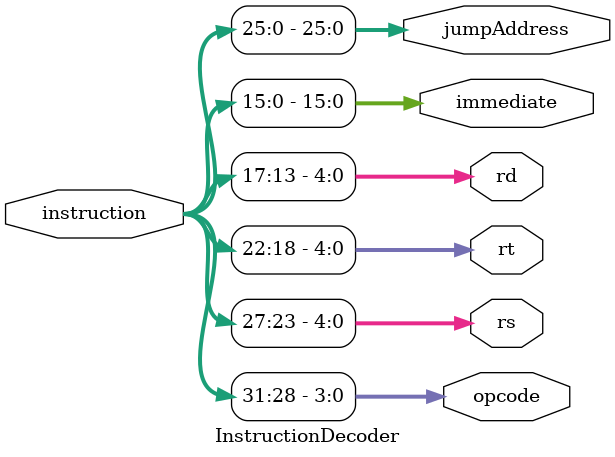
<source format=v>
module InstructionDecoder(
    input [31:0] instruction,
    output reg [3:0] opcode,
    output reg [4:0] rs, rt, rd,
    output reg [15:0] immediate,
    output reg [25:0] jumpAddress
);
    always @(*) begin
        opcode = instruction[31:28];
        rs = instruction[27:23];
        rt = instruction[22:18];
        rd = instruction[17:13];
        immediate = instruction[15:0];
        jumpAddress = instruction[25:0];
    end
endmodule

</source>
